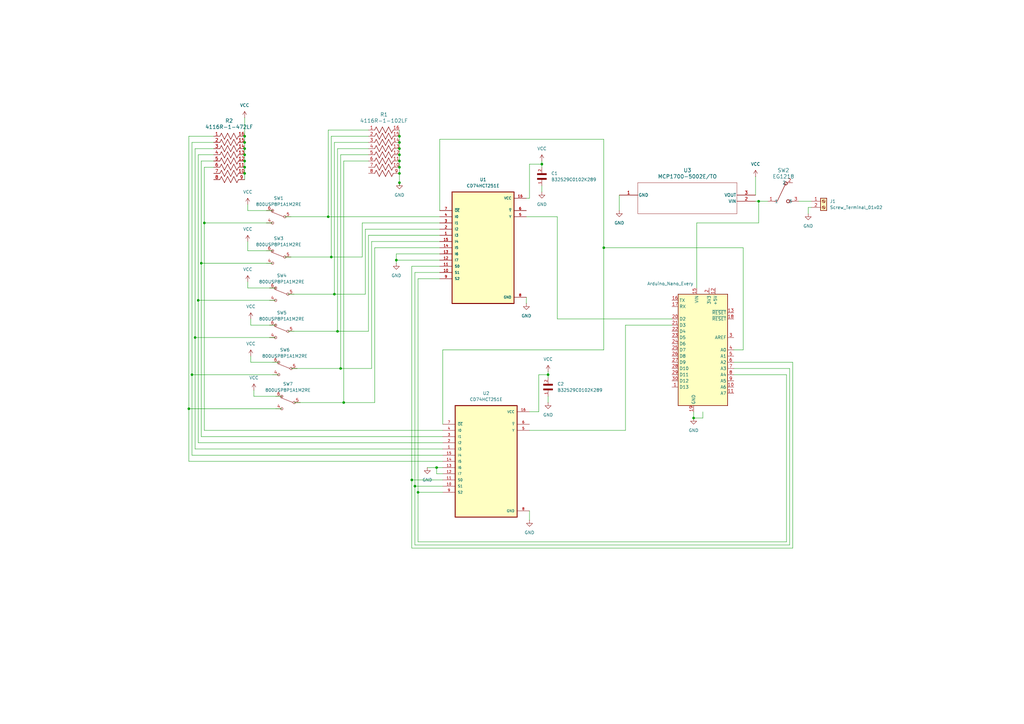
<source format=kicad_sch>
(kicad_sch (version 20231120) (generator "eeschema") (generator_version "8.0")
  (paper "A3")
  (title_block (title "Proto board for piano project") (date "2024-11-04") (rev "0"))
  (lib_symbols
    (symbol "2024-11-04_19-40-42:4116R-1-102LF" (pin_names (offset 0.254))
      (property "Reference" "R" (at 5.08 2.54 0))
      (property "Value" "4116R-1-102LF" (at 5.08 -20.32 0))
      (symbol "4116R-1-102LF_0_1"
        (polyline (pts (xy 2.54 -17.78) (xy 3.175 -16.51)) (stroke (width 0.2032)))
        (polyline (pts (xy 2.54 -15.24) (xy 3.175 -13.97)) (stroke (width 0.2032)))
        (polyline (pts (xy 2.54 -12.7) (xy 3.175 -11.43)) (stroke (width 0.2032)))
        (polyline (pts (xy 2.54 -10.16) (xy 3.175 -8.89)) (stroke (width 0.2032)))
        (polyline (pts (xy 2.54 -7.62) (xy 3.175 -6.35)) (stroke (width 0.2032)))
        (polyline (pts (xy 2.54 -5.08) (xy 3.175 -3.81)) (stroke (width 0.2032)))
        (polyline (pts (xy 2.54 -2.54) (xy 3.175 -1.27)) (stroke (width 0.2032)))
        (polyline (pts (xy 2.54 0) (xy 3.175 1.27)) (stroke (width 0.2032)))
        (polyline (pts (xy 3.175 -16.51) (xy 4.445 -19.05)) (stroke (width 0.2032)))
        (polyline (pts (xy 3.175 -13.97) (xy 4.445 -16.51)) (stroke (width 0.2032)))
        (polyline (pts (xy 3.175 -11.43) (xy 4.445 -13.97)) (stroke (width 0.2032)))
        (polyline (pts (xy 3.175 -8.89) (xy 4.445 -11.43)) (stroke (width 0.2032)))
        (polyline (pts (xy 3.175 -6.35) (xy 4.445 -8.89)) (stroke (width 0.2032)))
        (polyline (pts (xy 3.175 -3.81) (xy 4.445 -6.35)) (stroke (width 0.2032)))
        (polyline (pts (xy 3.175 -1.27) (xy 4.445 -3.81)) (stroke (width 0.2032)))
        (polyline (pts (xy 3.175 1.27) (xy 4.445 -1.27)) (stroke (width 0.2032)))
        (polyline (pts (xy 4.445 -19.05) (xy 5.715 -16.51)) (stroke (width 0.2032)))
        (polyline (pts (xy 4.445 -16.51) (xy 5.715 -13.97)) (stroke (width 0.2032)))
        (polyline (pts (xy 4.445 -13.97) (xy 5.715 -11.43)) (stroke (width 0.2032)))
        (polyline (pts (xy 4.445 -11.43) (xy 5.715 -8.89)) (stroke (width 0.2032)))
        (polyline (pts (xy 4.445 -8.89) (xy 5.715 -6.35)) (stroke (width 0.2032)))
        (polyline (pts (xy 4.445 -6.35) (xy 5.715 -3.81)) (stroke (width 0.2032)))
        (polyline (pts (xy 4.445 -3.81) (xy 5.715 -1.27)) (stroke (width 0.2032)))
        (polyline (pts (xy 4.445 -1.27) (xy 5.715 1.27)) (stroke (width 0.2032)))
        (polyline (pts (xy 5.715 -16.51) (xy 6.985 -19.05)) (stroke (width 0.2032)))
        (polyline (pts (xy 5.715 -13.97) (xy 6.985 -16.51)) (stroke (width 0.2032)))
        (polyline (pts (xy 5.715 -11.43) (xy 6.985 -13.97)) (stroke (width 0.2032)))
        (polyline (pts (xy 5.715 -8.89) (xy 6.985 -11.43)) (stroke (width 0.2032)))
        (polyline (pts (xy 5.715 -6.35) (xy 6.985 -8.89)) (stroke (width 0.2032)))
        (polyline (pts (xy 5.715 -3.81) (xy 6.985 -6.35)) (stroke (width 0.2032)))
        (polyline (pts (xy 5.715 -1.27) (xy 6.985 -3.81)) (stroke (width 0.2032)))
        (polyline (pts (xy 5.715 1.27) (xy 6.985 -1.27)) (stroke (width 0.2032)))
        (polyline (pts (xy 6.985 -19.05) (xy 8.255 -16.51)) (stroke (width 0.2032)))
        (polyline (pts (xy 6.985 -16.51) (xy 8.255 -13.97)) (stroke (width 0.2032)))
        (polyline (pts (xy 6.985 -13.97) (xy 8.255 -11.43)) (stroke (width 0.2032)))
        (polyline (pts (xy 6.985 -11.43) (xy 8.255 -8.89)) (stroke (width 0.2032)))
        (polyline (pts (xy 6.985 -8.89) (xy 8.255 -6.35)) (stroke (width 0.2032)))
        (polyline (pts (xy 6.985 -6.35) (xy 8.255 -3.81)) (stroke (width 0.2032)))
        (polyline (pts (xy 6.985 -3.81) (xy 8.255 -1.27)) (stroke (width 0.2032)))
        (polyline (pts (xy 6.985 -1.27) (xy 8.255 1.27)) (stroke (width 0.2032)))
        (polyline (pts (xy 8.255 -16.51) (xy 9.525 -19.05)) (stroke (width 0.2032)))
        (polyline (pts (xy 8.255 -13.97) (xy 9.525 -16.51)) (stroke (width 0.2032)))
        (polyline (pts (xy 8.255 -11.43) (xy 9.525 -13.97)) (stroke (width 0.2032)))
        (polyline (pts (xy 8.255 -8.89) (xy 9.525 -11.43)) (stroke (width 0.2032)))
        (polyline (pts (xy 8.255 -6.35) (xy 9.525 -8.89)) (stroke (width 0.2032)))
        (polyline (pts (xy 8.255 -3.81) (xy 9.525 -6.35)) (stroke (width 0.2032)))
        (polyline (pts (xy 8.255 -1.27) (xy 9.525 -3.81)) (stroke (width 0.2032)))
        (polyline (pts (xy 8.255 1.27) (xy 9.525 -1.27)) (stroke (width 0.2032)))
        (polyline (pts (xy 9.525 -19.05) (xy 10.16 -17.78)) (stroke (width 0.2032)))
        (polyline (pts (xy 9.525 -16.51) (xy 10.16 -15.24)) (stroke (width 0.2032)))
        (polyline (pts (xy 9.525 -13.97) (xy 10.16 -12.7)) (stroke (width 0.2032)))
        (polyline (pts (xy 9.525 -11.43) (xy 10.16 -10.16)) (stroke (width 0.2032)))
        (polyline (pts (xy 9.525 -8.89) (xy 10.16 -7.62)) (stroke (width 0.2032)))
        (polyline (pts (xy 9.525 -6.35) (xy 10.16 -5.08)) (stroke (width 0.2032)))
        (polyline (pts (xy 9.525 -3.81) (xy 10.16 -2.54)) (stroke (width 0.2032)))
        (polyline (pts (xy 9.525 -1.27) (xy 10.16 0)) (stroke (width 0.2032)))
        (pin unspecified line (at 0 0 0) (length 2.54) (name "") (number "1"))
        (pin unspecified line (at 12.7 -15.24 180) (length 2.54) (name "") (number "10"))
        (pin unspecified line (at 12.7 -12.7 180) (length 2.54) (name "") (number "11"))
        (pin unspecified line (at 12.7 -10.16 180) (length 2.54) (name "") (number "12"))
        (pin unspecified line (at 12.7 -7.62 180) (length 2.54) (name "") (number "13"))
        (pin unspecified line (at 12.7 -5.08 180) (length 2.54) (name "") (number "14"))
        (pin unspecified line (at 12.7 -2.54 180) (length 2.54) (name "") (number "15"))
        (pin unspecified line (at 12.7 0 180) (length 2.54) (name "") (number "16"))
        (pin unspecified line (at 0 -2.54 0) (length 2.54) (name "") (number "2"))
        (pin unspecified line (at 0 -5.08 0) (length 2.54) (name "") (number "3"))
        (pin unspecified line (at 0 -7.62 0) (length 2.54) (name "") (number "4"))
        (pin unspecified line (at 0 -10.16 0) (length 2.54) (name "") (number "5"))
        (pin unspecified line (at 0 -12.7 0) (length 2.54) (name "") (number "6"))
        (pin unspecified line (at 0 -15.24 0) (length 2.54) (name "") (number "7"))
        (pin unspecified line (at 0 -17.78 0) (length 2.54) (name "") (number "8"))
        (pin unspecified line (at 12.7 -17.78 180) (length 2.54) (name "") (number "9"))
      )
    )
    (symbol "2024-11-04_19-45-11:4116R-1-472LF" (pin_names (offset 0.254))
      (property "Reference" "R" (at 5.08 2.54 0))
      (property "Value" "4116R-1-472LF" (at 5.08 -20.32 0))
      (symbol "4116R-1-472LF_0_1"
        (polyline (pts (xy 2.54 -17.78) (xy 3.175 -16.51)) (stroke (width 0.2032)))
        (polyline (pts (xy 2.54 -15.24) (xy 3.175 -13.97)) (stroke (width 0.2032)))
        (polyline (pts (xy 2.54 -12.7) (xy 3.175 -11.43)) (stroke (width 0.2032)))
        (polyline (pts (xy 2.54 -10.16) (xy 3.175 -8.89)) (stroke (width 0.2032)))
        (polyline (pts (xy 2.54 -7.62) (xy 3.175 -6.35)) (stroke (width 0.2032)))
        (polyline (pts (xy 2.54 -5.08) (xy 3.175 -3.81)) (stroke (width 0.2032)))
        (polyline (pts (xy 2.54 -2.54) (xy 3.175 -1.27)) (stroke (width 0.2032)))
        (polyline (pts (xy 2.54 0) (xy 3.175 1.27)) (stroke (width 0.2032)))
        (polyline (pts (xy 3.175 -16.51) (xy 4.445 -19.05)) (stroke (width 0.2032)))
        (polyline (pts (xy 3.175 -13.97) (xy 4.445 -16.51)) (stroke (width 0.2032)))
        (polyline (pts (xy 3.175 -11.43) (xy 4.445 -13.97)) (stroke (width 0.2032)))
        (polyline (pts (xy 3.175 -8.89) (xy 4.445 -11.43)) (stroke (width 0.2032)))
        (polyline (pts (xy 3.175 -6.35) (xy 4.445 -8.89)) (stroke (width 0.2032)))
        (polyline (pts (xy 3.175 -3.81) (xy 4.445 -6.35)) (stroke (width 0.2032)))
        (polyline (pts (xy 3.175 -1.27) (xy 4.445 -3.81)) (stroke (width 0.2032)))
        (polyline (pts (xy 3.175 1.27) (xy 4.445 -1.27)) (stroke (width 0.2032)))
        (polyline (pts (xy 4.445 -19.05) (xy 5.715 -16.51)) (stroke (width 0.2032)))
        (polyline (pts (xy 4.445 -16.51) (xy 5.715 -13.97)) (stroke (width 0.2032)))
        (polyline (pts (xy 4.445 -13.97) (xy 5.715 -11.43)) (stroke (width 0.2032)))
        (polyline (pts (xy 4.445 -11.43) (xy 5.715 -8.89)) (stroke (width 0.2032)))
        (polyline (pts (xy 4.445 -8.89) (xy 5.715 -6.35)) (stroke (width 0.2032)))
        (polyline (pts (xy 4.445 -6.35) (xy 5.715 -3.81)) (stroke (width 0.2032)))
        (polyline (pts (xy 4.445 -3.81) (xy 5.715 -1.27)) (stroke (width 0.2032)))
        (polyline (pts (xy 4.445 -1.27) (xy 5.715 1.27)) (stroke (width 0.2032)))
        (polyline (pts (xy 5.715 -16.51) (xy 6.985 -19.05)) (stroke (width 0.2032)))
        (polyline (pts (xy 5.715 -13.97) (xy 6.985 -16.51)) (stroke (width 0.2032)))
        (polyline (pts (xy 5.715 -11.43) (xy 6.985 -13.97)) (stroke (width 0.2032)))
        (polyline (pts (xy 5.715 -8.89) (xy 6.985 -11.43)) (stroke (width 0.2032)))
        (polyline (pts (xy 5.715 -6.35) (xy 6.985 -8.89)) (stroke (width 0.2032)))
        (polyline (pts (xy 5.715 -3.81) (xy 6.985 -6.35)) (stroke (width 0.2032)))
        (polyline (pts (xy 5.715 -1.27) (xy 6.985 -3.81)) (stroke (width 0.2032)))
        (polyline (pts (xy 5.715 1.27) (xy 6.985 -1.27)) (stroke (width 0.2032)))
        (polyline (pts (xy 6.985 -19.05) (xy 8.255 -16.51)) (stroke (width 0.2032)))
        (polyline (pts (xy 6.985 -16.51) (xy 8.255 -13.97)) (stroke (width 0.2032)))
        (polyline (pts (xy 6.985 -13.97) (xy 8.255 -11.43)) (stroke (width 0.2032)))
        (polyline (pts (xy 6.985 -11.43) (xy 8.255 -8.89)) (stroke (width 0.2032)))
        (polyline (pts (xy 6.985 -8.89) (xy 8.255 -6.35)) (stroke (width 0.2032)))
        (polyline (pts (xy 6.985 -6.35) (xy 8.255 -3.81)) (stroke (width 0.2032)))
        (polyline (pts (xy 6.985 -3.81) (xy 8.255 -1.27)) (stroke (width 0.2032)))
        (polyline (pts (xy 6.985 -1.27) (xy 8.255 1.27)) (stroke (width 0.2032)))
        (polyline (pts (xy 8.255 -16.51) (xy 9.525 -19.05)) (stroke (width 0.2032)))
        (polyline (pts (xy 8.255 -13.97) (xy 9.525 -16.51)) (stroke (width 0.2032)))
        (polyline (pts (xy 8.255 -11.43) (xy 9.525 -13.97)) (stroke (width 0.2032)))
        (polyline (pts (xy 8.255 -8.89) (xy 9.525 -11.43)) (stroke (width 0.2032)))
        (polyline (pts (xy 8.255 -6.35) (xy 9.525 -8.89)) (stroke (width 0.2032)))
        (polyline (pts (xy 8.255 -3.81) (xy 9.525 -6.35)) (stroke (width 0.2032)))
        (polyline (pts (xy 8.255 -1.27) (xy 9.525 -3.81)) (stroke (width 0.2032)))
        (polyline (pts (xy 8.255 1.27) (xy 9.525 -1.27)) (stroke (width 0.2032)))
        (polyline (pts (xy 9.525 -19.05) (xy 10.16 -17.78)) (stroke (width 0.2032)))
        (polyline (pts (xy 9.525 -16.51) (xy 10.16 -15.24)) (stroke (width 0.2032)))
        (polyline (pts (xy 9.525 -13.97) (xy 10.16 -12.7)) (stroke (width 0.2032)))
        (polyline (pts (xy 9.525 -11.43) (xy 10.16 -10.16)) (stroke (width 0.2032)))
        (polyline (pts (xy 9.525 -8.89) (xy 10.16 -7.62)) (stroke (width 0.2032)))
        (polyline (pts (xy 9.525 -6.35) (xy 10.16 -5.08)) (stroke (width 0.2032)))
        (polyline (pts (xy 9.525 -3.81) (xy 10.16 -2.54)) (stroke (width 0.2032)))
        (polyline (pts (xy 9.525 -1.27) (xy 10.16 0)) (stroke (width 0.2032)))
        (pin unspecified line (at 0 0 0) (length 2.54) (name "") (number "1"))
        (pin unspecified line (at 12.7 -15.24 180) (length 2.54) (name "") (number "10"))
        (pin unspecified line (at 12.7 -12.7 180) (length 2.54) (name "") (number "11"))
        (pin unspecified line (at 12.7 -10.16 180) (length 2.54) (name "") (number "12"))
        (pin unspecified line (at 12.7 -7.62 180) (length 2.54) (name "") (number "13"))
        (pin unspecified line (at 12.7 -5.08 180) (length 2.54) (name "") (number "14"))
        (pin unspecified line (at 12.7 -2.54 180) (length 2.54) (name "") (number "15"))
        (pin unspecified line (at 12.7 0 180) (length 2.54) (name "") (number "16"))
        (pin unspecified line (at 0 -2.54 0) (length 2.54) (name "") (number "2"))
        (pin unspecified line (at 0 -5.08 0) (length 2.54) (name "") (number "3"))
        (pin unspecified line (at 0 -7.62 0) (length 2.54) (name "") (number "4"))
        (pin unspecified line (at 0 -10.16 0) (length 2.54) (name "") (number "5"))
        (pin unspecified line (at 0 -12.7 0) (length 2.54) (name "") (number "6"))
        (pin unspecified line (at 0 -15.24 0) (length 2.54) (name "") (number "7"))
        (pin unspecified line (at 0 -17.78 0) (length 2.54) (name "") (number "8"))
        (pin unspecified line (at 12.7 -17.78 180) (length 2.54) (name "") (number "9"))
      )
    )
    (symbol "2024-11-04_20-08-42:MCP1700-5002E_TO" (pin_names (offset 0.254))
      (property "Reference" "U" (at 27.94 10.16 0))
      (property "Value" "MCP1700-5002E/TO" (at 27.94 7.62 0))
      (symbol "MCP1700-5002E_TO_0_1"
        (polyline (pts (xy 7.62 -7.62) (xy 48.26 -7.62)) (stroke (width 0.127)))
        (polyline (pts (xy 7.62 5.08) (xy 7.62 -7.62)) (stroke (width 0.127)))
        (polyline (pts (xy 48.26 -7.62) (xy 48.26 5.08)) (stroke (width 0.127)))
        (polyline (pts (xy 48.26 5.08) (xy 7.62 5.08)) (stroke (width 0.127)))
        (pin unspecified line (at 0 0 0) (length 7.62) (name "GND") (number "1"))
        (pin unspecified line (at 55.88 -2.54 180) (length 7.62) (name "VIN") (number "2"))
        (pin unspecified line (at 55.88 0 180) (length 7.62) (name "VOUT") (number "3"))
      )
    )
    (symbol "Arduino_Nano_Every_1"
      (property "Value" "Arduino_Nano_Every" (at -22.86 27.178 0))
      (symbol "Arduino_Nano_Every_1_0_1"
        (rectangle (start -10.16 22.86) (end 10.16 -22.86) (stroke (width 0.254)) (fill (type background)))
      )
      (symbol "Arduino_Nano_Every_1_1_1"
        (pin bidirectional line (at -12.7 -15.24 0) (length 2.54) (name "D13") (number "1"))
        (pin bidirectional line (at 12.7 -15.24 180) (length 2.54) (name "A6") (number "10"))
        (pin bidirectional line (at 12.7 -17.78 180) (length 2.54) (name "A7") (number "11"))
        (pin power_out line (at 5.08 25.4 270) (length 2.54) (name "+5V") (number "12"))
        (pin input line (at 12.7 15.24 180) (length 2.54) (name "~{RESET}") (number "13"))
        (pin power_in line (at 0 -25.4 90) (length 2.54) hide (name "GND") (number "14"))
        (pin power_in line (at -2.54 25.4 270) (length 2.54) (name "VIN") (number "15"))
        (pin bidirectional line (at -12.7 20.32 0) (length 2.54) (name "TX") (number "16"))
        (pin bidirectional line (at -12.7 17.78 0) (length 2.54) (name "RX") (number "17"))
        (pin input line (at 12.7 12.7 180) (length 2.54) (name "~{RESET}") (number "18"))
        (pin power_in line (at -3.81 -25.4 90) (length 2.54) (name "GND") (number "19"))
        (pin power_in line (at -3.81 -25.4 90) (length 2.54) hide (name "GND") (number "19"))
        (pin power_out line (at 2.54 25.4 270) (length 2.54) (name "3V3") (number "2"))
        (pin bidirectional line (at -12.7 12.7 0) (length 2.54) (name "D2") (number "20"))
        (pin bidirectional line (at -12.7 10.16 0) (length 2.54) (name "D3") (number "21"))
        (pin bidirectional line (at -12.7 7.62 0) (length 2.54) (name "D4") (number "22"))
        (pin bidirectional line (at -12.7 5.08 0) (length 2.54) (name "D5") (number "23"))
        (pin bidirectional line (at -12.7 2.54 0) (length 2.54) (name "D6") (number "24"))
        (pin bidirectional line (at -12.7 0 0) (length 2.54) (name "D7") (number "25"))
        (pin bidirectional line (at -12.7 -2.54 0) (length 2.54) (name "D8") (number "26"))
        (pin bidirectional line (at -12.7 -5.08 0) (length 2.54) (name "D9") (number "27"))
        (pin bidirectional line (at -12.7 -7.62 0) (length 2.54) (name "D10") (number "28"))
        (pin bidirectional line (at -12.7 -10.16 0) (length 2.54) (name "D11") (number "29"))
        (pin input line (at 12.7 5.08 180) (length 2.54) (name "AREF") (number "3"))
        (pin bidirectional line (at -12.7 -12.7 0) (length 2.54) (name "D12") (number "30"))
        (pin bidirectional line (at 12.7 0 180) (length 2.54) (name "A0") (number "4"))
        (pin bidirectional line (at 12.7 -2.54 180) (length 2.54) (name "A1") (number "5"))
        (pin bidirectional line (at 12.7 -5.08 180) (length 2.54) (name "A2") (number "6"))
        (pin bidirectional line (at 12.7 -7.62 180) (length 2.54) (name "A3") (number "7"))
        (pin bidirectional line (at 12.7 -10.16 180) (length 2.54) (name "A4") (number "8"))
        (pin bidirectional line (at 12.7 -12.7 180) (length 2.54) (name "A5") (number "9"))
      )
    )
    (symbol "CD74HCT251E:CD74HCT251E" (pin_names (offset 1.016))
      (property "Reference" "U" (at -12.7 23.86 0))
      (property "Value" "CD74HCT251E" (at -12.7 -26.86 0))
      (symbol "CD74HCT251E_0_0"
        (rectangle (start -12.7 -22.86) (end 12.7 22.86) (stroke (width 0.41)) (fill (type background)))
        (pin input line (at -17.78 5.08 0) (length 5.08) (name "I3") (number "1"))
        (pin input line (at -17.78 -10.16 0) (length 5.08) (name "S1") (number "10"))
        (pin input line (at -17.78 -7.62 0) (length 5.08) (name "S0") (number "11"))
        (pin input line (at -17.78 -5.08 0) (length 5.08) (name "I7") (number "12"))
        (pin input line (at -17.78 -2.54 0) (length 5.08) (name "I6") (number "13"))
        (pin input line (at -17.78 0 0) (length 5.08) (name "I5") (number "14"))
        (pin input line (at -17.78 2.54 0) (length 5.08) (name "I4") (number "15"))
        (pin power_in line (at 17.78 20.32 180) (length 5.08) (name "VCC") (number "16"))
        (pin input line (at -17.78 7.62 0) (length 5.08) (name "I2") (number "2"))
        (pin input line (at -17.78 10.16 0) (length 5.08) (name "I1") (number "3"))
        (pin input line (at -17.78 12.7 0) (length 5.08) (name "I0") (number "4"))
        (pin output line (at 17.78 12.7 180) (length 5.08) (name "Y") (number "5"))
        (pin output line (at 17.78 15.24 180) (length 5.08) (name "~{Y}") (number "6"))
        (pin input line (at -17.78 15.24 0) (length 5.08) (name "~{OE}") (number "7"))
        (pin power_in line (at 17.78 -20.32 180) (length 5.08) (name "GND") (number "8"))
        (pin input line (at -17.78 -12.7 0) (length 5.08) (name "S2") (number "9"))
      )
    )
    (symbol "Connector:Screw_Terminal_01x02" (pin_names (offset 1.016) hide)
      (property "Reference" "J" (at 0 2.54 0))
      (property "Value" "Screw_Terminal_01x02" (at 0 -5.08 0))
      (symbol "Screw_Terminal_01x02_1_1"
        (rectangle (start -1.27 1.27) (end 1.27 -3.81) (stroke (width 0.254)) (fill (type background)))
        (circle (center 0 -2.54) (radius 0.635) (stroke (width 0.1524)))
        (polyline (pts (xy -0.5334 -2.2098) (xy 0.3302 -3.048)) (stroke (width 0.1524)))
        (polyline (pts (xy -0.5334 0.3302) (xy 0.3302 -0.508)) (stroke (width 0.1524)))
        (polyline (pts (xy -0.3556 -2.032) (xy 0.508 -2.8702)) (stroke (width 0.1524)))
        (polyline (pts (xy -0.3556 0.508) (xy 0.508 -0.3302)) (stroke (width 0.1524)))
        (circle (center 0 0) (radius 0.635) (stroke (width 0.1524)))
        (pin passive line (at -5.08 0 0) (length 3.81) (name "Pin_1") (number "1"))
        (pin passive line (at -5.08 -2.54 0) (length 3.81) (name "Pin_2") (number "2"))
      )
    )
    (symbol "library_jpm:800USP8P1A1M2RE" (pin_names (offset 0) hide)
      (property "Reference" "SW" (at 0 7.112 0))
      (property "Value" "800USP8P1A1M2RE" (at 0 -6.604 0))
      (symbol "800USP8P1A1M2RE_0_1"
        (circle (center -2.54 -2.54) (radius 0.508))
        (circle (center -2.54 2.54) (radius 0.0001))
        (circle (center -2.54 2.54) (radius 0.0001))
        (circle (center -2.54 2.54) (radius 0.0001))
        (circle (center -2.54 2.54) (radius 0.508))
        (polyline (pts (xy 2.032 0) (xy -3.048 2.032)))
        (circle (center 2.54 0) (radius 0.508))
      )
      (symbol "800USP8P1A1M2RE_1_1"
        (pin passive line (at -2.54 -2.54 180) (length 2.54) (name "NO") (number "4"))
        (pin passive line (at 2.54 0 0) (length 2.54) (name "COM") (number "5"))
        (pin passive line (at -2.54 2.54 180) (length 2.54) (name "NC") (number "6"))
      )
    )
    (symbol "library_jpm:B32529C0102K289" (pin_names (offset 1.016))
      (property "Reference" "C" (at 0 3.8109 0))
      (property "Value" "B32529C0102K289" (at 0 -5.0885 0))
      (symbol "B32529C0102K289_0_0"
        (rectangle (start 0 -1.9069) (end 0.635 1.905) (stroke (width 0.1)) (fill (type outline)))
        (rectangle (start 1.9069 -1.9069) (end 2.54 1.905) (stroke (width 0.1)) (fill (type outline)))
        (pin passive line (at -2.54 0 0) (length 2.54) (name "~") (number "1"))
        (pin passive line (at 5.08 0 180) (length 2.54) (name "~") (number "2"))
      )
    )
    (symbol "library_jpm:EG1218" (pin_names (offset 0.254))
      (property "Reference" "SW" (at 7.62 15.24 0))
      (property "Value" "EG1218" (at -0.508 -3.048 0))
      (symbol "EG1218_1_1"
        (polyline (pts (xy 2.54 0) (xy 3.81 0)) (stroke (width 0.2032)))
        (polyline (pts (xy 7.3251 7.3251) (xy 3.81 0)) (stroke (width 0.2032)))
        (polyline (pts (xy 10.16 0) (xy 8.89 0)) (stroke (width 0.2032)))
        (circle (center 7.3251 7.3251) (radius 0.635) (stroke (width 0.254)))
        (circle (center 8.255 0) (radius 0.635) (stroke (width 0.254)))
        (pin unspecified line (at 0 0 0) (length 2.54) (name "1") (number "1"))
        (pin unspecified line (at 10.16 7.62 180) (length 2.54) (name "2") (number "2"))
        (pin unspecified line (at 12.7 0 180) (length 2.54) (name "3") (number "3"))
      )
    )
    (symbol "power:GND" (power) (pin_numbers hide) (pin_names (offset 0) hide)
      (property "Value" "GND" (at 0 -3.81 0))
      (symbol "GND_0_1"
        (polyline (pts (xy 0 0) (xy 0 -1.27) (xy 1.27 -1.27) (xy 0 -2.54) (xy -1.27 -1.27) (xy 0 -1.27)))
      )
      (symbol "GND_1_1"
        (pin power_in line (at 0 0 270) (length 0) (name "~") (number "1"))
      )
    )
    (symbol "power:VCC" (power) (pin_numbers hide) (pin_names (offset 0) hide)
      (property "Value" "VCC" (at 0 3.556 0))
      (symbol "VCC_0_1"
        (polyline (pts (xy -0.762 1.27) (xy 0 2.54)))
        (polyline (pts (xy 0 0) (xy 0 2.54)))
        (polyline (pts (xy 0 2.54) (xy 0.762 1.27)))
      )
      (symbol "VCC_1_1"
        (pin power_in line (at 0 0 90) (length 0) (name "~") (number "1"))
      )
    )
  )
  (junction (at 163.83 68.58))
  (junction (at 163.83 66.04))
  (junction (at 138.43 135.89))
  (junction (at 163.83 55.88))
  (junction (at 83.82 91.44))
  (junction (at 100.33 66.04))
  (junction (at 134.62 88.9))
  (junction (at 140.97 165.1))
  (junction (at 139.7 151.13))
  (junction (at 100.33 58.42))
  (junction (at 162.56 106.68))
  (junction (at 100.33 55.88))
  (junction (at 163.83 63.5))
  (junction (at 179.07 191.77))
  (junction (at 100.33 60.96))
  (junction (at 163.83 74.93))
  (junction (at 163.83 60.96))
  (junction (at 100.33 63.5))
  (junction (at 284.48 171.45))
  (junction (at 137.16 120.65))
  (junction (at 77.47 167.64))
  (junction (at 168.91 196.85))
  (junction (at 224.79 153.67))
  (junction (at 78.74 153.67))
  (junction (at 222.25 67.31))
  (junction (at 247.65 101.6))
  (junction (at 82.55 107.95))
  (junction (at 135.89 105.41))
  (junction (at 100.33 68.58))
  (junction (at 163.83 58.42))
  (junction (at 100.33 71.12))
  (junction (at 163.83 71.12))
  (junction (at 171.45 201.93))
  (junction (at 81.28 123.19))
  (junction (at 80.01 138.43))
  (junction (at 170.18 199.39))
  (junction (at 311.15 82.55))
  (wire (pts (xy 118.11 120.65) (xy 137.16 120.65)))
  (wire (pts (xy 217.17 168.91) (xy 220.98 168.91)))
  (wire (pts (xy 163.83 63.5) (xy 163.83 66.04)))
  (wire (pts (xy 83.82 68.58) (xy 83.82 91.44)))
  (wire (pts (xy 119.38 151.13) (xy 139.7 151.13)))
  (wire (pts (xy 139.7 151.13) (xy 152.4 151.13)))
  (wire (pts (xy 139.7 63.5) (xy 151.13 63.5)))
  (wire (pts (xy 102.87 146.05) (xy 102.87 148.59)))
  (wire (pts (xy 215.9 121.92) (xy 215.9 124.46)))
  (wire (pts (xy 135.89 55.88) (xy 151.13 55.88)))
  (wire (pts (xy 116.84 105.41) (xy 135.89 105.41)))
  (wire (pts (xy 168.91 196.85) (xy 181.61 196.85)))
  (wire (pts (xy 285.75 118.11) (xy 285.75 91.44)))
  (wire (pts (xy 170.18 111.76) (xy 170.18 199.39)))
  (wire (pts (xy 163.83 74.93) (xy 163.83 76.2)))
  (wire (pts (xy 140.97 165.1) (xy 140.97 66.04)))
  (wire (pts (xy 322.58 153.67) (xy 300.99 153.67)))
  (wire (pts (xy 100.33 71.12) (xy 100.33 73.66)))
  (wire (pts (xy 247.65 57.15) (xy 247.65 101.6)))
  (wire (pts (xy 149.86 120.65) (xy 149.86 93.98)))
  (wire (pts (xy 222.25 67.31) (xy 222.25 68.58)))
  (wire (pts (xy 87.63 63.5) (xy 81.28 63.5)))
  (wire (pts (xy 104.14 160.02) (xy 104.14 162.56)))
  (wire (pts (xy 323.85 223.52) (xy 170.18 223.52)))
  (wire (pts (xy 163.83 68.58) (xy 163.83 71.12)))
  (wire (pts (xy 77.47 167.64) (xy 77.47 189.23)))
  (wire (pts (xy 87.63 55.88) (xy 77.47 55.88)))
  (wire (pts (xy 217.17 209.55) (xy 217.17 213.36)))
  (wire (pts (xy 247.65 57.15) (xy 180.34 57.15)))
  (wire (pts (xy 322.58 222.25) (xy 171.45 222.25)))
  (wire (pts (xy 170.18 199.39) (xy 181.61 199.39)))
  (wire (pts (xy 220.98 168.91) (xy 220.98 153.67)))
  (wire (pts (xy 120.65 165.1) (xy 140.97 165.1)))
  (wire (pts (xy 180.34 114.3) (xy 171.45 114.3)))
  (wire (pts (xy 163.83 60.96) (xy 163.83 63.5)))
  (wire (pts (xy 100.33 48.26) (xy 100.33 55.88)))
  (wire (pts (xy 322.58 222.25) (xy 322.58 153.67)))
  (wire (pts (xy 170.18 199.39) (xy 170.18 223.52)))
  (wire (pts (xy 149.86 93.98) (xy 180.34 93.98)))
  (wire (pts (xy 228.6 130.81) (xy 275.59 130.81)))
  (wire (pts (xy 87.63 66.04) (xy 82.55 66.04)))
  (wire (pts (xy 162.56 106.68) (xy 180.34 106.68)))
  (wire (pts (xy 102.87 130.81) (xy 102.87 133.35)))
  (wire (pts (xy 118.11 135.89) (xy 138.43 135.89)))
  (wire (pts (xy 100.33 55.88) (xy 100.33 58.42)))
  (wire (pts (xy 300.99 143.51) (xy 304.8 143.51)))
  (wire (pts (xy 325.12 224.79) (xy 168.91 224.79)))
  (wire (pts (xy 135.89 105.41) (xy 148.59 105.41)))
  (wire (pts (xy 148.59 105.41) (xy 148.59 91.44)))
  (wire (pts (xy 215.9 81.28) (xy 217.17 81.28)))
  (wire (pts (xy 311.15 91.44) (xy 311.15 82.55)))
  (wire (pts (xy 181.61 143.51) (xy 247.65 143.51)))
  (wire (pts (xy 139.7 63.5) (xy 139.7 151.13)))
  (wire (pts (xy 179.07 194.31) (xy 179.07 191.77)))
  (wire (pts (xy 323.85 223.52) (xy 323.85 151.13)))
  (wire (pts (xy 137.16 120.65) (xy 149.86 120.65)))
  (wire (pts (xy 78.74 58.42) (xy 78.74 153.67)))
  (wire (pts (xy 224.79 152.4) (xy 224.79 153.67)))
  (wire (pts (xy 222.25 66.04) (xy 222.25 67.31)))
  (wire (pts (xy 82.55 107.95) (xy 111.76 107.95)))
  (wire (pts (xy 77.47 55.88) (xy 77.47 167.64)))
  (wire (pts (xy 101.6 83.82) (xy 101.6 86.36)))
  (wire (pts (xy 81.28 63.5) (xy 81.28 123.19)))
  (wire (pts (xy 138.43 60.96) (xy 138.43 135.89)))
  (wire (pts (xy 78.74 153.67) (xy 114.3 153.67)))
  (wire (pts (xy 247.65 101.6) (xy 304.8 101.6)))
  (wire (pts (xy 138.43 60.96) (xy 151.13 60.96)))
  (wire (pts (xy 163.83 55.88) (xy 163.83 58.42)))
  (wire (pts (xy 134.62 53.34) (xy 151.13 53.34)))
  (wire (pts (xy 148.59 91.44) (xy 180.34 91.44)))
  (wire (pts (xy 171.45 201.93) (xy 181.61 201.93)))
  (wire (pts (xy 325.12 148.59) (xy 300.99 148.59)))
  (wire (pts (xy 100.33 68.58) (xy 100.33 71.12)))
  (wire (pts (xy 101.6 118.11) (xy 113.03 118.11)))
  (wire (pts (xy 327.66 82.55) (xy 332.74 82.55)))
  (wire (pts (xy 104.14 162.56) (xy 115.57 162.56)))
  (wire (pts (xy 87.63 58.42) (xy 78.74 58.42)))
  (wire (pts (xy 163.83 58.42) (xy 163.83 60.96)))
  (wire (pts (xy 180.34 57.15) (xy 180.34 86.36)))
  (wire (pts (xy 81.28 123.19) (xy 113.03 123.19)))
  (wire (pts (xy 168.91 224.79) (xy 168.91 196.85)))
  (wire (pts (xy 152.4 151.13) (xy 152.4 99.06)))
  (wire (pts (xy 83.82 91.44) (xy 83.82 176.53)))
  (wire (pts (xy 175.26 191.77) (xy 179.07 191.77)))
  (wire (pts (xy 331.47 87.63) (xy 331.47 85.09)))
  (wire (pts (xy 153.67 165.1) (xy 153.67 101.6)))
  (wire (pts (xy 77.47 167.64) (xy 115.57 167.64)))
  (wire (pts (xy 171.45 201.93) (xy 171.45 222.25)))
  (wire (pts (xy 256.54 176.53) (xy 256.54 133.35)))
  (wire (pts (xy 180.34 109.22) (xy 168.91 109.22)))
  (wire (pts (xy 100.33 63.5) (xy 100.33 66.04)))
  (wire (pts (xy 134.62 53.34) (xy 134.62 88.9)))
  (wire (pts (xy 140.97 66.04) (xy 151.13 66.04)))
  (wire (pts (xy 256.54 133.35) (xy 275.59 133.35)))
  (wire (pts (xy 83.82 176.53) (xy 181.61 176.53)))
  (wire (pts (xy 100.33 66.04) (xy 100.33 68.58)))
  (wire (pts (xy 137.16 58.42) (xy 137.16 120.65)))
  (wire (pts (xy 153.67 101.6) (xy 180.34 101.6)))
  (wire (pts (xy 168.91 109.22) (xy 168.91 196.85)))
  (wire (pts (xy 152.4 99.06) (xy 180.34 99.06)))
  (wire (pts (xy 215.9 88.9) (xy 228.6 88.9)))
  (wire (pts (xy 80.01 184.15) (xy 181.61 184.15)))
  (wire (pts (xy 171.45 114.3) (xy 171.45 201.93)))
  (wire (pts (xy 179.07 191.77) (xy 181.61 191.77)))
  (wire (pts (xy 284.48 168.91) (xy 284.48 171.45)))
  (wire (pts (xy 181.61 194.31) (xy 179.07 194.31)))
  (wire (pts (xy 224.79 153.67) (xy 224.79 154.94)))
  (wire (pts (xy 224.79 162.56) (xy 224.79 165.1)))
  (wire (pts (xy 163.83 53.34) (xy 163.83 55.88)))
  (wire (pts (xy 101.6 99.06) (xy 101.6 102.87)))
  (wire (pts (xy 288.29 171.45) (xy 284.48 171.45)))
  (wire (pts (xy 162.56 104.14) (xy 180.34 104.14)))
  (wire (pts (xy 102.87 133.35) (xy 113.03 133.35)))
  (wire (pts (xy 134.62 88.9) (xy 180.34 88.9)))
  (wire (pts (xy 288.29 168.91) (xy 288.29 171.45)))
  (wire (pts (xy 217.17 176.53) (xy 256.54 176.53)))
  (wire (pts (xy 82.55 179.07) (xy 181.61 179.07)))
  (wire (pts (xy 82.55 107.95) (xy 82.55 179.07)))
  (wire (pts (xy 304.8 143.51) (xy 304.8 101.6)))
  (wire (pts (xy 220.98 153.67) (xy 224.79 153.67)))
  (wire (pts (xy 163.83 66.04) (xy 163.83 68.58)))
  (wire (pts (xy 81.28 181.61) (xy 181.61 181.61)))
  (wire (pts (xy 323.85 151.13) (xy 300.99 151.13)))
  (wire (pts (xy 162.56 106.68) (xy 162.56 104.14)))
  (wire (pts (xy 87.63 60.96) (xy 80.01 60.96)))
  (wire (pts (xy 116.84 88.9) (xy 134.62 88.9)))
  (wire (pts (xy 325.12 224.79) (xy 325.12 148.59)))
  (wire (pts (xy 140.97 165.1) (xy 153.67 165.1)))
  (wire (pts (xy 309.88 82.55) (xy 311.15 82.55)))
  (wire (pts (xy 82.55 66.04) (xy 82.55 107.95)))
  (wire (pts (xy 83.82 91.44) (xy 111.76 91.44)))
  (wire (pts (xy 78.74 186.69) (xy 78.74 153.67)))
  (wire (pts (xy 80.01 60.96) (xy 80.01 138.43)))
  (wire (pts (xy 100.33 60.96) (xy 100.33 63.5)))
  (wire (pts (xy 311.15 82.55) (xy 314.96 82.55)))
  (wire (pts (xy 87.63 68.58) (xy 83.82 68.58)))
  (wire (pts (xy 100.33 58.42) (xy 100.33 60.96)))
  (wire (pts (xy 78.74 186.69) (xy 181.61 186.69)))
  (wire (pts (xy 101.6 102.87) (xy 111.76 102.87)))
  (wire (pts (xy 138.43 135.89) (xy 151.13 135.89)))
  (wire (pts (xy 137.16 58.42) (xy 151.13 58.42)))
  (wire (pts (xy 80.01 138.43) (xy 113.03 138.43)))
  (wire (pts (xy 135.89 55.88) (xy 135.89 105.41)))
  (wire (pts (xy 222.25 76.2) (xy 222.25 78.74)))
  (wire (pts (xy 101.6 115.57) (xy 101.6 118.11)))
  (wire (pts (xy 163.83 71.12) (xy 163.83 74.93)))
  (wire (pts (xy 81.28 123.19) (xy 81.28 181.61)))
  (wire (pts (xy 162.56 107.95) (xy 162.56 106.68)))
  (wire (pts (xy 228.6 88.9) (xy 228.6 130.81)))
  (wire (pts (xy 80.01 138.43) (xy 80.01 184.15)))
  (wire (pts (xy 309.88 72.39) (xy 309.88 80.01)))
  (wire (pts (xy 101.6 86.36) (xy 111.76 86.36)))
  (wire (pts (xy 217.17 81.28) (xy 217.17 67.31)))
  (wire (pts (xy 180.34 111.76) (xy 170.18 111.76)))
  (wire (pts (xy 181.61 173.99) (xy 181.61 143.51)))
  (wire (pts (xy 102.87 148.59) (xy 114.3 148.59)))
  (wire (pts (xy 331.47 85.09) (xy 332.74 85.09)))
  (wire (pts (xy 247.65 143.51) (xy 247.65 101.6)))
  (wire (pts (xy 217.17 67.31) (xy 222.25 67.31)))
  (wire (pts (xy 285.75 91.44) (xy 311.15 91.44)))
  (wire (pts (xy 77.47 189.23) (xy 181.61 189.23)))
  (wire (pts (xy 254 80.01) (xy 254 86.36)))
  (wire (pts (xy 151.13 135.89) (xy 151.13 96.52)))
  (wire (pts (xy 151.13 96.52) (xy 180.34 96.52)))
  (symbol (lib_id "power:GND") (at 215.9 124.46 0) (unit 1)
    (property "Reference" "#PWR09" (effects (hide yes)))
    (property "Value" "GND" (at 215.9 129.54 0))
    (property "Description" "Power symbol creates a global label with name \"GND\" , ground" (effects (hide yes)))
  )
  (symbol (lib_id "power:GND") (at 217.17 213.36 0) (unit 1)
    (property "Reference" "#PWR010" (effects (hide yes)))
    (property "Value" "GND" (at 217.17 218.44 0))
    (property "Description" "Power symbol creates a global label with name \"GND\" , ground" (effects (hide yes)))
  )
  (symbol (lib_id "power:VCC") (at 102.87 130.81 0) (unit 1)
    (property "Reference" "#PWR06" (effects (hide yes)))
    (property "Value" "VCC" (at 102.87 125.73 0))
    (property "Description" "Power symbol creates a global label with name \"VCC\"" (effects (hide yes)))
  )
  (symbol (lib_id "library_jpm:800USP8P1A1M2RE") (at 114.3 105.41 0) (unit 1)
    (property "Reference" "SW3" (at 114.3 97.79 0))
    (property "Value" "800USP8P1A1M2RE" (at 114.3 100.33 0))
    (property "Footprint" "Library_jpm:Switch_Push_SPDT_800USP8P1A1M2RE" (effects (hide yes)))
  )
  (symbol (lib_id "library_jpm:B32529C0102K289") (at 222.25 73.66 90) (unit 1)
    (property "Reference" "C1" (at 226.06 71.1199 90) (effects (justify right)))
    (property "Value" "B32529C0102K289" (at 226.06 73.6599 90) (effects (justify right)))
    (property "Footprint" "B32529C0102K289:CAPRR500W50L730T250H650" (effects (hide yes)))
    (property "PARTREV" "2020-06" (effects (hide yes)))
    (property "MANUFACTURER" "TDK" (effects (hide yes)))
    (property "MAXIMUM_PACKAGE_HEIGHT" "0.0 mm" (effects (hide yes)))
    (property "STANDARD" "IPC-7351B" (effects (hide yes)))
  )
  (symbol (lib_name "Arduino_Nano_Every_1") (lib_id "MCU_Module:Arduino_Nano_Every") (at 288.29 143.51 0) (unit 1)
    (property "Reference" "A2" (effects (hide yes)))
    (property "Value" "Arduino_Nano_Every" (at 265.43 116.332 0) (effects (justify left)))
    (property "Footprint" "Module:Arduino_Nano" (effects (hide yes)))
    (property "Datasheet" "https://content.arduino.cc/assets/NANOEveryV3.0_sch.pdf" (effects (hide yes)))
    (property "Description" "Arduino Nano Every" (effects (hide yes)))
  )
  (symbol (lib_id "power:GND") (at 175.26 191.77 0) (unit 1)
    (property "Reference" "#PWR020" (effects (hide yes)))
    (property "Value" "GND" (at 175.26 196.85 0))
    (property "Description" "Power symbol creates a global label with name \"GND\" , ground" (effects (hide yes)))
  )
  (symbol (lib_id "Connector:Screw_Terminal_01x02") (at 337.82 82.55 0) (unit 1)
    (property "Reference" "J1" (at 340.36 82.5499 0) (effects (justify left)))
    (property "Value" "Screw_Terminal_01x02" (at 340.36 85.0899 0) (effects (justify left)))
    (property "Footprint" "TerminalBlock_Phoenix:TerminalBlock_Phoenix_MKDS-1,5-2-5.08_1x02_P5.08mm_Horizontal" (effects (hide yes)))
    (property "Description" "Generic screw terminal, single row, 01x02, script generated (kicad-library-utils/schlib/autogen/connector/)" (effects (hide yes)))
  )
  (symbol (lib_id "CD74HCT251E:CD74HCT251E") (at 199.39 189.23 0) (unit 1)
    (property "Reference" "U2" (at 199.39 161.29 0))
    (property "Value" "CD74HCT251E" (at 199.39 163.83 0))
    (property "Footprint" "CD74HCT251E:DIP794W45P254L1969H508Q16" (effects (hide yes)))
    (property "MF" "Texas Instruments" (effects (hide yes)))
    (property "Description_1" "\n                        \n                            High Speed CMOS Logic 8-Input Multiplexer, 3-State\n                        \n" (effects (hide yes)))
    (property "Package" "PDIP-16 Texas Instruments" (effects (hide yes)))
    (property "Price" "None" (effects (hide yes)))
    (property "SnapEDA_Link" "https://www.snapeda.com/parts/CD74HCT251E/Texas+Instruments/view-part/?ref=snap" (effects (hide yes)))
    (property "MP" "CD74HCT251E" (effects (hide yes)))
    (property "Availability" "In Stock" (effects (hide yes)))
    (property "Check_prices" "https://www.snapeda.com/parts/CD74HCT251E/Texas+Instruments/view-part/?ref=eda" (effects (hide yes)))
  )
  (symbol (lib_id "power:VCC") (at 101.6 83.82 0) (unit 1)
    (property "Reference" "#PWR03" (effects (hide yes)))
    (property "Value" "VCC" (at 101.6 78.74 0))
    (property "Description" "Power symbol creates a global label with name \"VCC\"" (effects (hide yes)))
  )
  (symbol (lib_id "2024-11-04_19-45-11:4116R-1-472LF") (at 87.63 55.88 0) (unit 1)
    (property "Reference" "R2" (at 93.98 49.53 0) (effects (font (size 1.524 1.524))))
    (property "Value" "4116R-1-472LF" (at 93.98 52.07 0) (effects (font (size 1.524 1.524))))
    (property "Footprint" "4116R_1_472LF:BO_4116R" (effects (hide yes)))
    (property "Datasheet" "4116R-1-472LF" (effects (hide yes)))
  )
  (symbol (lib_id "power:VCC") (at 101.6 115.57 0) (unit 1)
    (property "Reference" "#PWR05" (effects (hide yes)))
    (property "Value" "VCC" (at 101.6 110.49 0))
    (property "Description" "Power symbol creates a global label with name \"VCC\"" (effects (hide yes)))
  )
  (symbol (lib_id "power:GND") (at 254 86.36 0) (unit 1)
    (property "Reference" "#PWR015" (effects (hide yes)))
    (property "Value" "GND" (at 254 91.44 0))
    (property "Description" "Power symbol creates a global label with name \"GND\" , ground" (effects (hide yes)))
  )
  (symbol (lib_id "power:GND") (at 331.47 87.63 0) (unit 1)
    (property "Reference" "#PWR017" (effects (hide yes)))
    (property "Value" "GND" (at 331.47 92.71 0))
    (property "Description" "Power symbol creates a global label with name \"GND\" , ground" (effects (hide yes)))
  )
  (symbol (lib_id "library_jpm:800USP8P1A1M2RE") (at 114.3 88.9 0) (unit 1)
    (property "Reference" "SW1" (at 114.3 81.28 0))
    (property "Value" "800USP8P1A1M2RE" (at 114.3 83.82 0))
    (property "Footprint" "Library_jpm:Switch_Push_SPDT_800USP8P1A1M2RE" (effects (hide yes)))
  )
  (symbol (lib_id "power:VCC") (at 102.87 146.05 0) (unit 1)
    (property "Reference" "#PWR07" (effects (hide yes)))
    (property "Value" "VCC" (at 102.87 140.97 0))
    (property "Description" "Power symbol creates a global label with name \"VCC\"" (effects (hide yes)))
  )
  (symbol (lib_id "power:VCC") (at 309.88 72.39 0) (unit 1)
    (property "Reference" "#PWR016" (effects (hide yes)))
    (property "Value" "VCC" (at 309.88 67.31 0))
    (property "Description" "Power symbol creates a global label with name \"VCC\"" (effects (hide yes)))
  )
  (symbol (lib_id "library_jpm:B32529C0102K289") (at 224.79 160.02 90) (unit 1)
    (property "Reference" "C2" (at 228.6 157.4799 90) (effects (justify right)))
    (property "Value" "B32529C0102K289" (at 228.6 160.0199 90) (effects (justify right)))
    (property "Footprint" "B32529C0102K289:CAPRR500W50L730T250H650" (effects (hide yes)))
    (property "PARTREV" "2020-06" (effects (hide yes)))
    (property "MANUFACTURER" "TDK" (effects (hide yes)))
    (property "MAXIMUM_PACKAGE_HEIGHT" "0.0 mm" (effects (hide yes)))
    (property "STANDARD" "IPC-7351B" (effects (hide yes)))
  )
  (symbol (lib_id "power:GND") (at 224.79 165.1 0) (unit 1)
    (property "Reference" "#PWR014" (effects (hide yes)))
    (property "Value" "GND" (at 224.79 170.18 0))
    (property "Description" "Power symbol creates a global label with name \"GND\" , ground" (effects (hide yes)))
  )
  (symbol (lib_id "CD74HCT251E:CD74HCT251E") (at 198.12 101.6 0) (unit 1)
    (property "Reference" "U1" (at 198.12 73.66 0))
    (property "Value" "CD74HCT251E" (at 198.12 76.2 0))
    (property "Footprint" "CD74HCT251E:DIP794W45P254L1969H508Q16" (effects (hide yes)))
    (property "MF" "Texas Instruments" (effects (hide yes)))
    (property "Description_1" "\n                        \n                            High Speed CMOS Logic 8-Input Multiplexer, 3-State\n                        \n" (effects (hide yes)))
    (property "Package" "PDIP-16 Texas Instruments" (effects (hide yes)))
    (property "Price" "None" (effects (hide yes)))
    (property "SnapEDA_Link" "https://www.snapeda.com/parts/CD74HCT251E/Texas+Instruments/view-part/?ref=snap" (effects (hide yes)))
    (property "MP" "CD74HCT251E" (effects (hide yes)))
    (property "Availability" "In Stock" (effects (hide yes)))
    (property "Check_prices" "https://www.snapeda.com/parts/CD74HCT251E/Texas+Instruments/view-part/?ref=eda" (effects (hide yes)))
  )
  (symbol (lib_id "power:GND") (at 162.56 107.95 0) (unit 1)
    (property "Reference" "#PWR019" (effects (hide yes)))
    (property "Value" "GND" (at 162.56 113.03 0))
    (property "Description" "Power symbol creates a global label with name \"GND\" , ground" (effects (hide yes)))
  )
  (symbol (lib_id "library_jpm:800USP8P1A1M2RE") (at 115.57 135.89 0) (unit 1)
    (property "Reference" "SW5" (at 115.57 128.27 0))
    (property "Value" "800USP8P1A1M2RE" (at 115.57 130.81 0))
    (property "Footprint" "Library_jpm:Switch_Push_SPDT_800USP8P1A1M2RE" (effects (hide yes)))
  )
  (symbol (lib_id "2024-11-04_19-40-42:4116R-1-102LF") (at 151.13 53.34 0) (unit 1)
    (property "Reference" "R1" (at 157.48 46.99 0) (effects (font (size 1.524 1.524))))
    (property "Value" "4116R-1-102LF" (at 157.48 49.53 0) (effects (font (size 1.524 1.524))))
    (property "Footprint" "4116R_1_102LF:BO_4116R" (effects (hide yes)))
    (property "Datasheet" "4116R-1-102LF" (effects (hide yes)))
  )
  (symbol (lib_id "power:VCC") (at 222.25 66.04 0) (unit 1)
    (property "Reference" "#PWR011" (effects (hide yes)))
    (property "Value" "VCC" (at 222.25 60.96 0))
    (property "Description" "Power symbol creates a global label with name \"VCC\"" (effects (hide yes)))
  )
  (symbol (lib_id "power:GND") (at 284.48 171.45 0) (unit 1)
    (property "Reference" "#PWR018" (effects (hide yes)))
    (property "Value" "GND" (at 284.48 176.53 0))
    (property "Description" "Power symbol creates a global label with name \"GND\" , ground" (effects (hide yes)))
  )
  (symbol (lib_id "library_jpm:800USP8P1A1M2RE") (at 115.57 120.65 0) (unit 1)
    (property "Reference" "SW4" (at 115.57 113.03 0))
    (property "Value" "800USP8P1A1M2RE" (at 115.57 115.57 0))
    (property "Footprint" "Library_jpm:Switch_Push_SPDT_800USP8P1A1M2RE" (effects (hide yes)))
  )
  (symbol (lib_id "power:GND") (at 163.83 74.93 0) (unit 1)
    (property "Reference" "#PWR01" (effects (hide yes)))
    (property "Value" "GND" (at 163.83 80.01 0))
    (property "Description" "Power symbol creates a global label with name \"GND\" , ground" (effects (hide yes)))
  )
  (symbol (lib_id "library_jpm:800USP8P1A1M2RE") (at 116.84 151.13 0) (unit 1)
    (property "Reference" "SW6" (at 116.84 143.51 0))
    (property "Value" "800USP8P1A1M2RE" (at 116.84 146.05 0))
    (property "Footprint" "Library_jpm:Switch_Push_SPDT_800USP8P1A1M2RE" (effects (hide yes)))
  )
  (symbol (lib_id "2024-11-04_20-08-42:MCP1700-5002E_TO") (at 254 80.01 0) (unit 1)
    (property "Reference" "U3" (at 281.94 69.85 0) (effects (font (size 1.524 1.524))))
    (property "Value" "MCP1700-5002E/TO" (at 281.94 72.39 0) (effects (font (size 1.524 1.524))))
    (property "Footprint" "MCP1700_5002E_TO:TO-92_MC_MCH" (effects (hide yes)))
    (property "Datasheet" "MCP1700-5002E/TO" (effects (hide yes)))
  )
  (symbol (lib_id "power:VCC") (at 224.79 152.4 0) (unit 1)
    (property "Reference" "#PWR013" (effects (hide yes)))
    (property "Value" "VCC" (at 224.79 147.32 0))
    (property "Description" "Power symbol creates a global label with name \"VCC\"" (effects (hide yes)))
  )
  (symbol (lib_id "power:VCC") (at 100.33 48.26 0) (unit 1)
    (property "Reference" "#PWR02" (effects (hide yes)))
    (property "Value" "VCC" (at 100.33 43.18 0))
    (property "Description" "Power symbol creates a global label with name \"VCC\"" (effects (hide yes)))
  )
  (symbol (lib_id "library_jpm:800USP8P1A1M2RE") (at 118.11 165.1 0) (unit 1)
    (property "Reference" "SW7" (at 118.11 157.48 0))
    (property "Value" "800USP8P1A1M2RE" (at 118.11 160.02 0))
    (property "Footprint" "Library_jpm:Switch_Push_SPDT_800USP8P1A1M2RE" (effects (hide yes)))
  )
  (symbol (lib_id "power:GND") (at 222.25 78.74 0) (unit 1)
    (property "Reference" "#PWR012" (effects (hide yes)))
    (property "Value" "GND" (at 222.25 83.82 0))
    (property "Description" "Power symbol creates a global label with name \"GND\" , ground" (effects (hide yes)))
  )
  (symbol (lib_id "library_jpm:EG1218") (at 314.96 82.55 0) (unit 1)
    (property "Reference" "SW2" (at 321.31 69.85 0) (effects (font (size 1.524 1.524))))
    (property "Value" "EG1218" (at 321.31 72.39 0) (effects (font (size 1.524 1.524))))
    (property "Footprint" "footprints:SW_1218_EWI" (effects (hide yes)))
    (property "Datasheet" "EG1218" (effects (hide yes)))
  )
  (symbol (lib_id "power:VCC") (at 101.6 99.06 0) (unit 1)
    (property "Reference" "#PWR04" (effects (hide yes)))
    (property "Value" "VCC" (at 101.6 93.98 0))
    (property "Description" "Power symbol creates a global label with name \"VCC\"" (effects (hide yes)))
  )
  (symbol (lib_id "power:VCC") (at 104.14 160.02 0) (unit 1)
    (property "Reference" "#PWR08" (effects (hide yes)))
    (property "Value" "VCC" (at 104.14 154.94 0))
    (property "Description" "Power symbol creates a global label with name \"VCC\"" (effects (hide yes)))
  )
)
</source>
